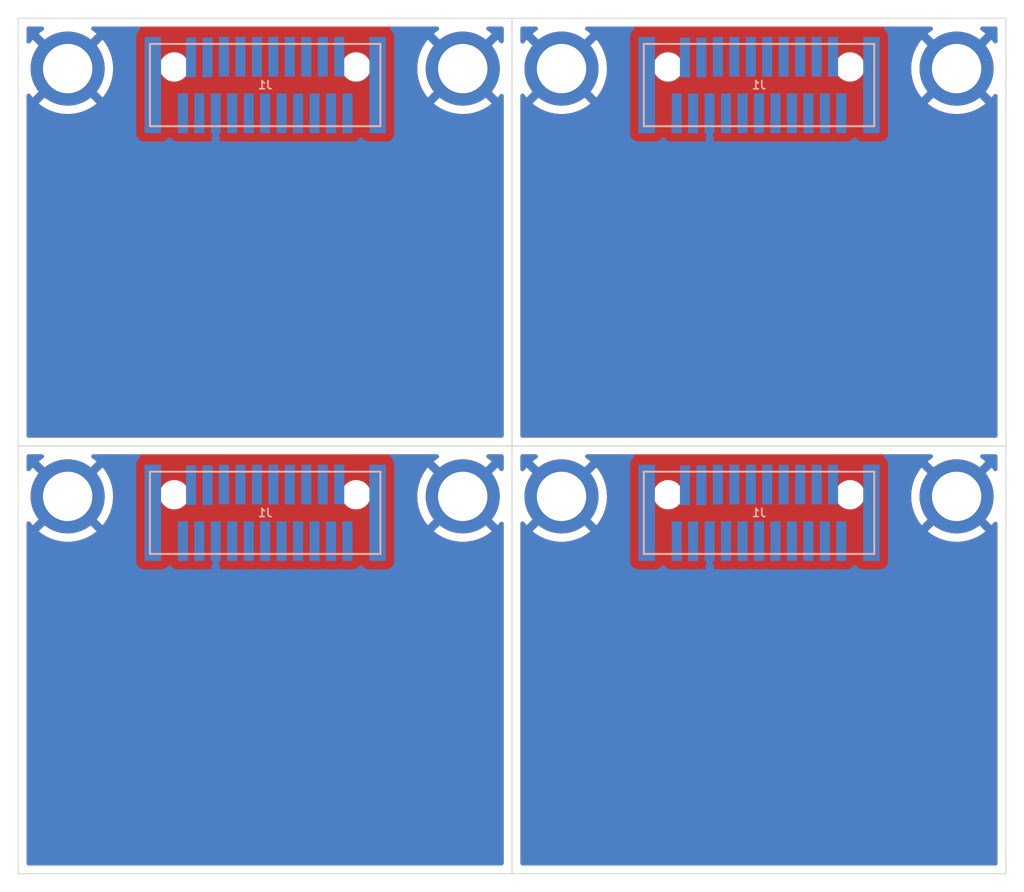
<source format=kicad_pcb>
(kicad_pcb (version 20211014) (generator pcbnew)
  (layers (0 "F.Cu" signal "Front") (1 "In1.Cu" signal) (2 "In2.Cu" signal) (31 "B.Cu" signal "Back") (34 "B.Paste" user) (35 "F.Paste" user) (36 "B.SilkS" user "B.Silkscreen") (37 "F.SilkS" user "F.Silkscreen") (38 "B.Mask" user) (39 "F.Mask" user) (44 "Edge.Cuts" user))
  (net 0 "")
  (net 1 "GND")
  (net 2 "/3V3")
  (net 3 "/SDA_EEPROM")
  (net 4 "/~{RST}")
  (net 5 "/MISO")
  (net 6 "/MOSI")
  (net 7 "/SDA")
  (net 8 "/SCL")
  (net 9 "/SCL_EEPROM")
  (net 10 "/5V")
  (net 11 "/TXD")
  (net 12 "/Status")
  (net 13 "/A0")
  (net 14 "/RXD")
  (net 17 "/A1")
  (net 20 "/SCK")
  (net 21 "/CS")
  (footprint "ICSL:M1502-B-2545-AL-TOP" (layer "F.Cu") (at 98.048 66.986)
    (fp_text reference "H1" hide)
    (fp_text value "GND" hide)
    (pad "1" thru_hole circle locked (at -3.048 -2.986) (size 4.5 4.5) (drill 3) (layers *.Cu *.Mask "B.Paste") (net 1 "GND"))
  )
  (footprint "ICSL:M1502-B-2545-AL-TOP" (layer "F.Cu") (at 119 64)
    (fp_text reference "H2" hide)
    (fp_text value "GND" hide)
    (pad "1" thru_hole circle locked (at 0 0) (size 4.5 4.5) (drill 3) (layers *.Cu *.Mask "B.Paste") (net 1 "GND"))
  )
  (footprint "ICSL:M1502-B-2545-AL-TOP" (layer "F.Cu") (at 149 38)
    (fp_text reference "H2" hide)
    (fp_text value "GND" hide)
    (pad "1" thru_hole circle locked (at 0 0) (size 4.5 4.5) (drill 3) (layers *.Cu *.Mask) (net 1 "GND"))
  )
  (footprint "ICSL:M1502-B-2545-AL-TOP" (layer "F.Cu") (at 149 64)
    (fp_text reference "H2" hide)
    (fp_text value "GND" hide)
    (pad "1" thru_hole circle locked (at 0 0) (size 4.5 4.5) (drill 3) (layers *.Cu *.Mask "B.Paste") (net 1 "GND"))
  )
  (footprint "ICSL:M1502-B-2545-AL-TOP" (layer "F.Cu") (at 98.048 40.986)
    (fp_text reference "H1" hide)
    (fp_text value "GND" hide)
    (pad "1" thru_hole circle locked (at -3.048 -2.986) (size 4.5 4.5) (drill 3) (layers *.Cu *.Mask) (net 1 "GND"))
  )
  (footprint "ICSL:M1502-B-2545-AL-TOP" (layer "F.Cu") (at 128.048 66.986)
    (fp_text reference "H1" hide)
    (fp_text value "GND" hide)
    (pad "1" thru_hole circle locked (at -3.048 -2.986) (size 4.5 4.5) (drill 3) (layers *.Cu *.Mask "B.Paste") (net 1 "GND"))
  )
  (footprint "ICSL:M1502-B-2545-AL-TOP" (layer "F.Cu") (at 119 38)
    (fp_text reference "H2" hide)
    (fp_text value "GND" hide)
    (pad "1" thru_hole circle locked (at 0 0) (size 4.5 4.5) (drill 3) (layers *.Cu *.Mask) (net 1 "GND"))
  )
  (footprint "ICSL:M1502-B-2545-AL-TOP" (layer "F.Cu") (at 128.048 40.986)
    (fp_text reference "H1" hide)
    (fp_text value "GND" hide)
    (pad "1" thru_hole circle locked (at -3.048 -2.986) (size 4.5 4.5) (drill 3) (layers *.Cu *.Mask) (net 1 "GND"))
  )
  (footprint "ICSL:Amphenol_91911-31321LF_PLUG" (layer "B.Cu") (at 107 65 180)
    (fp_text reference "J1" (at 0 0) (layer "B.SilkS") (effects (font (size 0.5 0.5) (thickness 0.1)) (justify mirror)))
    (fp_text value "Amphenol_91911-31321_plug" hide)
    (fp_line (start 7 -2.5) (end 7 2.5) (layer "B.SilkS") (width 0.12))
    (fp_line (start -6.9965 2.5) (end -6.9965 -2.5) (layer "B.SilkS") (width 0.12))
    (fp_line (start -6.9965 -2.5) (end 7 -2.5) (layer "B.SilkS") (width 0.12))
    (fp_line (start 7 2.5) (end -6.9965 2.5) (layer "B.SilkS") (width 0.12))
    (pad "" np_thru_hole circle locked (at 5.5245 1.1 180) (size 0.76 0.76) (drill 0.76) (layers *.Cu *.Mask))
    (pad "" np_thru_hole circle locked (at -5.5245 1.1 180) (size 0.76 0.76) (drill 0.76) (layers *.Cu *.Mask))
    (pad "" smd rect locked (at 6.8265 0 180) (size 1 5.85) (layers "B.Cu" "B.Paste" "B.Mask"))
    (pad "" smd rect locked (at -6.8265 0 180) (size 1 5.85) (layers "B.Cu" "B.Paste" "B.Mask"))
    (pad "1" smd rect locked (at 5.0035 -1.72 180) (size 0.61 2.41) (layers "B.Cu" "B.Paste" "B.Mask") (net 3 "/SDA_EEPROM"))
    (pad "2" smd rect locked (at 4.0035 -1.72 180) (size 0.61 2.41) (layers "B.Cu" "B.Paste" "B.Mask") (net 9 "/SCL_EEPROM"))
    (pad "3" smd rect locked (at 3.0035 -1.72 180) (size 0.61 2.41) (layers "B.Cu" "B.Paste" "B.Mask") (net 1 "GND"))
    (pad "4" smd rect locked (at 2.0035 -1.72 180) (size 0.61 2.41) (layers "B.Cu" "B.Paste" "B.Mask"))
    (pad "5" smd rect locked (at 1.0035 -1.72 180) (size 0.61 2.41) (layers "B.Cu" "B.Paste" "B.Mask") (net 4 "/~{RST}"))
    (pad "6" smd rect locked (at 0.0035 -1.72 180) (size 0.61 2.41) (layers "B.Cu" "B.Paste" "B.Mask") (net 20 "/SCK"))
    (pad "7" smd rect locked (at -0.9965 -1.72 180) (size 0.61 2.41) (layers "B.Cu" "B.Paste" "B.Mask") (net 5 "/MISO"))
    (pad "8" smd rect locked (at -1.9965 -1.72 180) (size 0.61 2.41) (layers "B.Cu" "B.Paste" "B.Mask") (net 6 "/MOSI"))
    (pad "9" smd rect locked (at -2.9965 -1.72 180) (size 0.61 2.41) (layers "B.Cu" "B.Paste" "B.Mask") (net 21 "/CS"))
    (pad "10" smd rect locked (at -3.9965 -1.72 180) (size 0.61 2.41) (layers "B.Cu" "B.Paste" "B.Mask") (net 7 "/SDA"))
    (pad "11" smd rect locked (at -4.9965 -1.72 180) (size 0.61 2.41) (layers "B.Cu" "B.Paste" "B.Mask") (net 8 "/SCL"))
    (pad "12" smd rect locked (at -4.4965 1.72 180) (size 0.61 2.41) (layers "B.Cu" "B.Paste" "B.Mask"))
    (pad "13" smd rect locked (at -3.4965 1.72 180) (size 0.61 2.41) (layers "B.Cu" "B.Paste" "B.Mask") (net 14 "/RXD"))
    (pad "14" smd rect locked (at -2.4965 1.72 180) (size 0.61 2.41) (layers "B.Cu" "B.Paste" "B.Mask") (net 11 "/TXD"))
    (pad "15" smd rect locked (at -1.4965 1.72 180) (size 0.61 2.41) (layers "B.Cu" "B.Paste" "B.Mask") (net 12 "/Status"))
    (pad "16" smd rect locked (at -0.4965 1.72 180) (size 0.61 2.41) (layers "B.Cu" "B.Paste" "B.Mask") (net 13 "/A0"))
    (pad "17" smd rect locked (at 0.5035 1.72 180) (size 0.61 2.41) (layers "B.Cu" "B.Paste" "B.Mask") (net 17 "/A1"))
    (pad "18" smd rect locked (at 1.5035 1.72 180) (size 0.61 2.41) (layers "B.Cu" "B.Paste" "B.Mask"))
    (pad "19" smd rect locked (at 2.5035 1.72 180) (size 0.61 2.41) (layers "B.Cu" "B.Paste" "B.Mask") (net 2 "/3V3"))
    (pad "20" smd rect locked (at 3.5035 1.68 180) (size 0.61 2.41) (layers "B.Cu" "B.Paste" "B.Mask"))
    (pad "21" smd rect locked (at 4.5035 1.68 180) (size 0.61 2.41) (layers "B.Cu" "B.Paste" "B.Mask") (net 10 "/5V"))
  )
  (footprint "ICSL:Amphenol_91911-31321LF_PLUG" (layer "B.Cu") (at 107 39 180)
    (fp_text reference "J1" (at 0 0) (layer "B.SilkS") (effects (font (size 0.5 0.5) (thickness 0.1)) (justify mirror)))
    (fp_text value "Amphenol_91911-31321_plug" hide)
    (fp_line (start 7 -2.5) (end 7 2.5) (layer "B.SilkS") (width 0.12))
    (fp_line (start -6.9965 2.5) (end -6.9965 -2.5) (layer "B.SilkS") (width 0.12))
    (fp_line (start -6.9965 -2.5) (end 7 -2.5) (layer "B.SilkS") (width 0.12))
    (fp_line (start 7 2.5) (end -6.9965 2.5) (layer "B.SilkS") (width 0.12))
    (pad "" np_thru_hole circle locked (at 5.5245 1.1 180) (size 0.76 0.76) (drill 0.76) (layers *.Cu *.Mask))
    (pad "" np_thru_hole circle locked (at -5.5245 1.1 180) (size 0.76 0.76) (drill 0.76) (layers *.Cu *.Mask))
    (pad "" smd rect locked (at 6.8265 0 180) (size 1 5.85) (layers "B.Cu" "B.Paste" "B.Mask"))
    (pad "" smd rect locked (at -6.8265 0 180) (size 1 5.85) (layers "B.Cu" "B.Paste" "B.Mask"))
    (pad "1" smd rect locked (at 5.0035 -1.72 180) (size 0.61 2.41) (layers "B.Cu" "B.Paste" "B.Mask") (net 3 "/SDA_EEPROM"))
    (pad "2" smd rect locked (at 4.0035 -1.72 180) (size 0.61 2.41) (layers "B.Cu" "B.Paste" "B.Mask") (net 9 "/SCL_EEPROM"))
    (pad "3" smd rect locked (at 3.0035 -1.72 180) (size 0.61 2.41) (layers "B.Cu" "B.Paste" "B.Mask") (net 1 "GND"))
    (pad "4" smd rect locked (at 2.0035 -1.72 180) (size 0.61 2.41) (layers "B.Cu" "B.Paste" "B.Mask"))
    (pad "5" smd rect locked (at 1.0035 -1.72 180) (size 0.61 2.41) (layers "B.Cu" "B.Paste" "B.Mask") (net 4 "/~{RST}"))
    (pad "6" smd rect locked (at 0.0035 -1.72 180) (size 0.61 2.41) (layers "B.Cu" "B.Paste" "B.Mask") (net 20 "/SCK"))
    (pad "7" smd rect locked (at -0.9965 -1.72 180) (size 0.61 2.41) (layers "B.Cu" "B.Paste" "B.Mask") (net 5 "/MISO"))
    (pad "8" smd rect locked (at -1.9965 -1.72 180) (size 0.61 2.41) (layers "B.Cu" "B.Paste" "B.Mask") (net 6 "/MOSI"))
    (pad "9" smd rect locked (at -2.9965 -1.72 180) (size 0.61 2.41) (layers "B.Cu" "B.Paste" "B.Mask") (net 21 "/CS"))
    (pad "10" smd rect locked (at -3.9965 -1.72 180) (size 0.61 2.41) (layers "B.Cu" "B.Paste" "B.Mask") (net 7 "/SDA"))
    (pad "11" smd rect locked (at -4.9965 -1.72 180) (size 0.61 2.41) (layers "B.Cu" "B.Paste" "B.Mask") (net 8 "/SCL"))
    (pad "12" smd rect locked (at -4.4965 1.72 180) (size 0.61 2.41) (layers "B.Cu" "B.Paste" "B.Mask"))
    (pad "13" smd rect locked (at -3.4965 1.72 180) (size 0.61 2.41) (layers "B.Cu" "B.Paste" "B.Mask") (net 14 "/RXD"))
    (pad "14" smd rect locked (at -2.4965 1.72 180) (size 0.61 2.41) (layers "B.Cu" "B.Paste" "B.Mask") (net 11 "/TXD"))
    (pad "15" smd rect locked (at -1.4965 1.72 180) (size 0.61 2.41) (layers "B.Cu" "B.Paste" "B.Mask") (net 12 "/Status"))
    (pad "16" smd rect locked (at -0.4965 1.72 180) (size 0.61 2.41) (layers "B.Cu" "B.Paste" "B.Mask") (net 13 "/A0"))
    (pad "17" smd rect locked (at 0.5035 1.72 180) (size 0.61 2.41) (layers "B.Cu" "B.Paste" "B.Mask") (net 17 "/A1"))
    (pad "18" smd rect locked (at 1.5035 1.72 180) (size 0.61 2.41) (layers "B.Cu" "B.Paste" "B.Mask"))
    (pad "19" smd rect locked (at 2.5035 1.72 180) (size 0.61 2.41) (layers "B.Cu" "B.Paste" "B.Mask") (net 2 "/3V3"))
    (pad "20" smd rect locked (at 3.5035 1.68 180) (size 0.61 2.41) (layers "B.Cu" "B.Paste" "B.Mask"))
    (pad "21" smd rect locked (at 4.5035 1.68 180) (size 0.61 2.41) (layers "B.Cu" "B.Paste" "B.Mask") (net 10 "/5V"))
  )
  (footprint "ICSL:Amphenol_91911-31321LF_PLUG" (layer "B.Cu") (at 137 65 180)
    (fp_text reference "J1" (at 0 0) (layer "B.SilkS") (effects (font (size 0.5 0.5) (thickness 0.1)) (justify mirror)))
    (fp_text value "Amphenol_91911-31321_plug" hide)
    (fp_line (start 7 -2.5) (end 7 2.5) (layer "B.SilkS") (width 0.12))
    (fp_line (start -6.9965 2.5) (end -6.9965 -2.5) (layer "B.SilkS") (width 0.12))
    (fp_line (start -6.9965 -2.5) (end 7 -2.5) (layer "B.SilkS") (width 0.12))
    (fp_line (start 7 2.5) (end -6.9965 2.5) (layer "B.SilkS") (width 0.12))
    (pad "" np_thru_hole circle locked (at 5.5245 1.1 180) (size 0.76 0.76) (drill 0.76) (layers *.Cu *.Mask))
    (pad "" np_thru_hole circle locked (at -5.5245 1.1 180) (size 0.76 0.76) (drill 0.76) (layers *.Cu *.Mask))
    (pad "" smd rect locked (at 6.8265 0 180) (size 1 5.85) (layers "B.Cu" "B.Paste" "B.Mask"))
    (pad "" smd rect locked (at -6.8265 0 180) (size 1 5.85) (layers "B.Cu" "B.Paste" "B.Mask"))
    (pad "1" smd rect locked (at 5.0035 -1.72 180) (size 0.61 2.41) (layers "B.Cu" "B.Paste" "B.Mask") (net 3 "/SDA_EEPROM"))
    (pad "2" smd rect locked (at 4.0035 -1.72 180) (size 0.61 2.41) (layers "B.Cu" "B.Paste" "B.Mask") (net 9 "/SCL_EEPROM"))
    (pad "3" smd rect locked (at 3.0035 -1.72 180) (size 0.61 2.41) (layers "B.Cu" "B.Paste" "B.Mask") (net 1 "GND"))
    (pad "4" smd rect locked (at 2.0035 -1.72 180) (size 0.61 2.41) (layers "B.Cu" "B.Paste" "B.Mask"))
    (pad "5" smd rect locked (at 1.0035 -1.72 180) (size 0.61 2.41) (layers "B.Cu" "B.Paste" "B.Mask") (net 4 "/~{RST}"))
    (pad "6" smd rect locked (at 0.0035 -1.72 180) (size 0.61 2.41) (layers "B.Cu" "B.Paste" "B.Mask") (net 20 "/SCK"))
    (pad "7" smd rect locked (at -0.9965 -1.72 180) (size 0.61 2.41) (layers "B.Cu" "B.Paste" "B.Mask") (net 5 "/MISO"))
    (pad "8" smd rect locked (at -1.9965 -1.72 180) (size 0.61 2.41) (layers "B.Cu" "B.Paste" "B.Mask") (net 6 "/MOSI"))
    (pad "9" smd rect locked (at -2.9965 -1.72 180) (size 0.61 2.41) (layers "B.Cu" "B.Paste" "B.Mask") (net 21 "/CS"))
    (pad "10" smd rect locked (at -3.9965 -1.72 180) (size 0.61 2.41) (layers "B.Cu" "B.Paste" "B.Mask") (net 7 "/SDA"))
    (pad "11" smd rect locked (at -4.9965 -1.72 180) (size 0.61 2.41) (layers "B.Cu" "B.Paste" "B.Mask") (net 8 "/SCL"))
    (pad "12" smd rect locked (at -4.4965 1.72 180) (size 0.61 2.41) (layers "B.Cu" "B.Paste" "B.Mask"))
    (pad "13" smd rect locked (at -3.4965 1.72 180) (size 0.61 2.41) (layers "B.Cu" "B.Paste" "B.Mask") (net 14 "/RXD"))
    (pad "14" smd rect locked (at -2.4965 1.72 180) (size 0.61 2.41) (layers "B.Cu" "B.Paste" "B.Mask") (net 11 "/TXD"))
    (pad "15" smd rect locked (at -1.4965 1.72 180) (size 0.61 2.41) (layers "B.Cu" "B.Paste" "B.Mask") (net 12 "/Status"))
    (pad "16" smd rect locked (at -0.4965 1.72 180) (size 0.61 2.41) (layers "B.Cu" "B.Paste" "B.Mask") (net 13 "/A0"))
    (pad "17" smd rect locked (at 0.5035 1.72 180) (size 0.61 2.41) (layers "B.Cu" "B.Paste" "B.Mask") (net 17 "/A1"))
    (pad "18" smd rect locked (at 1.5035 1.72 180) (size 0.61 2.41) (layers "B.Cu" "B.Paste" "B.Mask"))
    (pad "19" smd rect locked (at 2.5035 1.72 180) (size 0.61 2.41) (layers "B.Cu" "B.Paste" "B.Mask") (net 2 "/3V3"))
    (pad "20" smd rect locked (at 3.5035 1.68 180) (size 0.61 2.41) (layers "B.Cu" "B.Paste" "B.Mask"))
    (pad "21" smd rect locked (at 4.5035 1.68 180) (size 0.61 2.41) (layers "B.Cu" "B.Paste" "B.Mask") (net 10 "/5V"))
  )
  (footprint "ICSL:Amphenol_91911-31321LF_PLUG" (layer "B.Cu") (at 137 39 180)
    (fp_text reference "J1" (at 0 0) (layer "B.SilkS") (effects (font (size 0.5 0.5) (thickness 0.1)) (justify mirror)))
    (fp_text value "Amphenol_91911-31321_plug" hide)
    (fp_line (start 7 -2.5) (end 7 2.5) (layer "B.SilkS") (width 0.12))
    (fp_line (start -6.9965 2.5) (end -6.9965 -2.5) (layer "B.SilkS") (width 0.12))
    (fp_line (start -6.9965 -2.5) (end 7 -2.5) (layer "B.SilkS") (width 0.12))
    (fp_line (start 7 2.5) (end -6.9965 2.5) (layer "B.SilkS") (width 0.12))
    (pad "" np_thru_hole circle locked (at 5.5245 1.1 180) (size 0.76 0.76) (drill 0.76) (layers *.Cu *.Mask))
    (pad "" np_thru_hole circle locked (at -5.5245 1.1 180) (size 0.76 0.76) (drill 0.76) (layers *.Cu *.Mask))
    (pad "" smd rect locked (at 6.8265 0 180) (size 1 5.85) (layers "B.Cu" "B.Paste" "B.Mask"))
    (pad "" smd rect locked (at -6.8265 0 180) (size 1 5.85) (layers "B.Cu" "B.Paste" "B.Mask"))
    (pad "1" smd rect locked (at 5.0035 -1.72 180) (size 0.61 2.41) (layers "B.Cu" "B.Paste" "B.Mask") (net 3 "/SDA_EEPROM"))
    (pad "2" smd rect locked (at 4.0035 -1.72 180) (size 0.61 2.41) (layers "B.Cu" "B.Paste" "B.Mask") (net 9 "/SCL_EEPROM"))
    (pad "3" smd rect locked (at 3.0035 -1.72 180) (size 0.61 2.41) (layers "B.Cu" "B.Paste" "B.Mask") (net 1 "GND"))
    (pad "4" smd rect locked (at 2.0035 -1.72 180) (size 0.61 2.41) (layers "B.Cu" "B.Paste" "B.Mask"))
    (pad "5" smd rect locked (at 1.0035 -1.72 180) (size 0.61 2.41) (layers "B.Cu" "B.Paste" "B.Mask") (net 4 "/~{RST}"))
    (pad "6" smd rect locked (at 0.0035 -1.72 180) (size 0.61 2.41) (layers "B.Cu" "B.Paste" "B.Mask") (net 20 "/SCK"))
    (pad "7" smd rect locked (at -0.9965 -1.72 180) (size 0.61 2.41) (layers "B.Cu" "B.Paste" "B.Mask") (net 5 "/MISO"))
    (pad "8" smd rect locked (at -1.9965 -1.72 180) (size 0.61 2.41) (layers "B.Cu" "B.Paste" "B.Mask") (net 6 "/MOSI"))
    (pad "9" smd rect locked (at -2.9965 -1.72 180) (size 0.61 2.41) (layers "B.Cu" "B.Paste" "B.Mask") (net 21 "/CS"))
    (pad "10" smd rect locked (at -3.9965 -1.72 180) (size 0.61 2.41) (layers "B.Cu" "B.Paste" "B.Mask") (net 7 "/SDA"))
    (pad "11" smd rect locked (at -4.9965 -1.72 180) (size 0.61 2.41) (layers "B.Cu" "B.Paste" "B.Mask") (net 8 "/SCL"))
    (pad "12" smd rect locked (at -4.4965 1.72 180) (size 0.61 2.41) (layers "B.Cu" "B.Paste" "B.Mask"))
    (pad "13" smd rect locked (at -3.4965 1.72 180) (size 0.61 2.41) (layers "B.Cu" "B.Paste" "B.Mask") (net 14 "/RXD"))
    (pad "14" smd rect locked (at -2.4965 1.72 180) (size 0.61 2.41) (layers "B.Cu" "B.Paste" "B.Mask") (net 11 "/TXD"))
    (pad "15" smd rect locked (at -1.4965 1.72 180) (size 0.61 2.41) (layers "B.Cu" "B.Paste" "B.Mask") (net 12 "/Status"))
    (pad "16" smd rect locked (at -0.4965 1.72 180) (size 0.61 2.41) (layers "B.Cu" "B.Paste" "B.Mask") (net 13 "/A0"))
    (pad "17" smd rect locked (at 0.5035 1.72 180) (size 0.61 2.41) (layers "B.Cu" "B.Paste" "B.Mask") (net 17 "/A1"))
    (pad "18" smd rect locked (at 1.5035 1.72 180) (size 0.61 2.41) (layers "B.Cu" "B.Paste" "B.Mask"))
    (pad "19" smd rect locked (at 2.5035 1.72 180) (size 0.61 2.41) (layers "B.Cu" "B.Paste" "B.Mask") (net 2 "/3V3"))
    (pad "20" smd rect locked (at 3.5035 1.68 180) (size 0.61 2.41) (layers "B.Cu" "B.Paste" "B.Mask"))
    (pad "21" smd rect locked (at 4.5035 1.68 180) (size 0.61 2.41) (layers "B.Cu" "B.Paste" "B.Mask") (net 10 "/5V"))
  )
  (gr_line (start 121.995 60.938) (end 91.995 60.938) (layer "Edge.Cuts") (width 0.05))
  (gr_line (start 91.995 60.938) (end 91.995 86.938) (layer "Edge.Cuts") (width 0.05))
  (gr_line (start 91.995 86.938) (end 121.995 86.938) (layer "Edge.Cuts") (width 0.05))
  (gr_line (start 121.995 86.938) (end 121.995 60.938) (layer "Edge.Cuts") (width 0.05))
  (gr_line (start 151.995 60.938) (end 151.995 34.938) (layer "Edge.Cuts") (width 0.05))
  (gr_line (start 121.995 34.938) (end 91.995 34.938) (layer "Edge.Cuts") (width 0.05))
  (gr_line (start 151.995 60.938) (end 121.995 60.938) (layer "Edge.Cuts") (width 0.05))
  (gr_line (start 121.995 60.938) (end 121.995 86.938) (layer "Edge.Cuts") (width 0.05))
  (gr_line (start 121.995 60.938) (end 121.995 34.938) (layer "Edge.Cuts") (width 0.05))
  (gr_line (start 151.995 86.938) (end 151.995 60.938) (layer "Edge.Cuts") (width 0.05))
  (gr_line (start 151.995 34.938) (end 121.995 34.938) (layer "Edge.Cuts") (width 0.05))
  (gr_line (start 121.995 34.938) (end 121.995 60.938) (layer "Edge.Cuts") (width 0.05))
  (gr_line (start 91.995 60.938) (end 121.995 60.938) (layer "Edge.Cuts") (width 0.05))
  (gr_line (start 91.995 34.938) (end 91.995 60.938) (layer "Edge.Cuts") (width 0.05))
  (gr_line (start 121.995 60.938) (end 151.995 60.938) (layer "Edge.Cuts") (width 0.05))
  (gr_line (start 121.995 86.938) (end 151.995 86.938) (layer "Edge.Cuts") (width 0.05))
  (zone (net 1) (net_name "GND") (layer "F.Cu") (priority 1) (connect_pads (clearance 0.508)) (min_thickness 0.254) (fill yes (thermal_gap 0.508) (thermal_bridge_width 0.508))
    (polygon (pts (xy 121.495 86.438) (xy 92.495 86.438) (xy 92.495 61.438) (xy 121.495 61.438)))
  )
  (zone (net 1) (net_name "GND") (layer "F.Cu") (priority 1) (connect_pads (clearance 0.508)) (min_thickness 0.254) (fill yes (thermal_gap 0.508) (thermal_bridge_width 0.508))
    (polygon (pts (xy 121.495 60.438) (xy 92.495 60.438) (xy 92.495 35.438) (xy 121.495 35.438)))
  )
  (zone (net 1) (net_name "GND") (layer "F.Cu") (priority 1) (connect_pads (clearance 0.508)) (min_thickness 0.254) (fill yes (thermal_gap 0.508) (thermal_bridge_width 0.508))
    (polygon (pts (xy 151.495 86.438) (xy 122.495 86.438) (xy 122.495 61.438) (xy 151.495 61.438)))
  )
  (zone (net 1) (net_name "GND") (layer "F.Cu") (priority 1) (connect_pads (clearance 0.508)) (min_thickness 0.254) (fill yes (thermal_gap 0.508) (thermal_bridge_width 0.508))
    (polygon (pts (xy 151.495 60.438) (xy 122.495 60.438) (xy 122.495 35.438) (xy 151.495 35.438)))
  )
  (zone (net 1) (net_name "GND") (layer "B.Cu") (priority 1) (connect_pads (clearance 0.508)) (min_thickness 0.254) (fill yes (thermal_gap 0.508) (thermal_bridge_width 0.508))
    (polygon (pts (xy 121.495 86.438) (xy 92.495 86.438) (xy 92.495 61.438) (xy 121.495 61.438)))
  )
  (zone (net 1) (net_name "GND") (layer "B.Cu") (priority 1) (connect_pads (clearance 0.508)) (min_thickness 0.254) (fill yes (thermal_gap 0.508) (thermal_bridge_width 0.508))
    (polygon (pts (xy 151.495 86.438) (xy 122.495 86.438) (xy 122.495 61.438) (xy 151.495 61.438)))
  )
  (zone (net 1) (net_name "GND") (layer "B.Cu") (priority 1) (connect_pads (clearance 0.508)) (min_thickness 0.254) (fill yes (thermal_gap 0.508) (thermal_bridge_width 0.508))
    (polygon (pts (xy 151.495 60.438) (xy 122.495 60.438) (xy 122.495 35.438) (xy 151.495 35.438)))
  )
  (zone (net 1) (net_name "GND") (layer "B.Cu") (priority 1) (connect_pads (clearance 0.508)) (min_thickness 0.254) (fill yes (thermal_gap 0.508) (thermal_bridge_width 0.508))
    (polygon (pts (xy 121.495 60.438) (xy 92.495 60.438) (xy 92.495 35.438) (xy 121.495 35.438)))
  )
)
</source>
